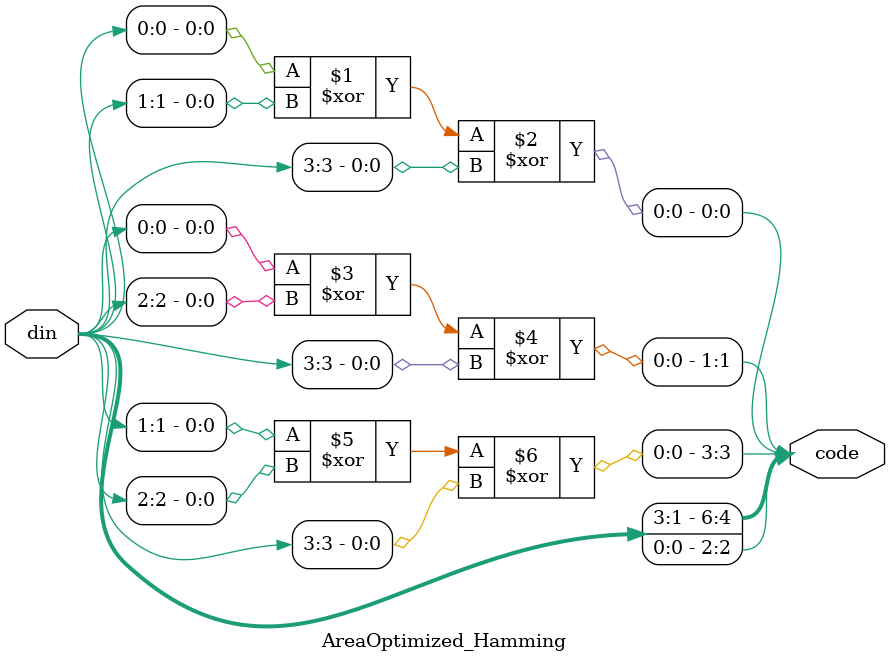
<source format=sv>
module AreaOptimized_Hamming(
    input [3:0] din,
    output [6:0] code
);
// 最小化逻辑门实现
assign code[0] = din[0] ^ din[1] ^ din[3];
assign code[1] = din[0] ^ din[2] ^ din[3];
assign code[2] = din[0];
assign code[3] = din[1] ^ din[2] ^ din[3];
assign code[4] = din[1];
assign code[5] = din[2];
assign code[6] = din[3];
endmodule
</source>
